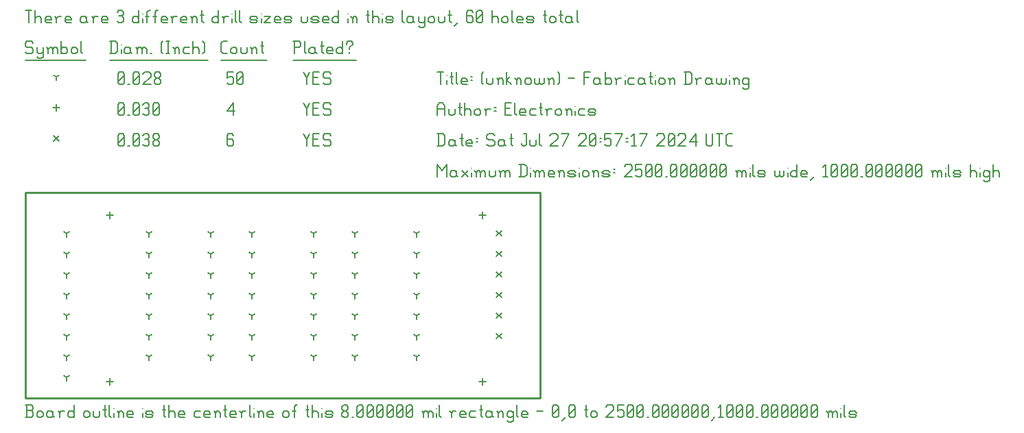
<source format=gbr>
G04 start of page 17 for group -3984 idx -3984 *
G04 Title: (unknown), fab *
G04 Creator: pcb 4.2.2 *
G04 CreationDate: Sat Jul 27 20:57:17 2024 UTC *
G04 For: electronics *
G04 Format: Gerber/RS-274X *
G04 PCB-Dimensions (mil): 2500.00 1000.00 *
G04 PCB-Coordinate-Origin: lower left *
%MOIN*%
%FSLAX25Y25*%
%LNFAB*%
%ADD76C,0.0075*%
%ADD75C,0.0060*%
%ADD74C,0.0080*%
%ADD73C,0.0100*%
G54D73*X0Y100000D02*Y0D01*
Y100000D02*X250000D01*
X0Y0D02*X250000D01*
Y100000D02*Y0D01*
G54D74*X228800Y81200D02*X231200Y78800D01*
X228800D02*X231200Y81200D01*
X228800Y71200D02*X231200Y68800D01*
X228800D02*X231200Y71200D01*
X228800Y61200D02*X231200Y58800D01*
X228800D02*X231200Y61200D01*
X228800Y51200D02*X231200Y48800D01*
X228800D02*X231200Y51200D01*
X228800Y41200D02*X231200Y38800D01*
X228800D02*X231200Y41200D01*
X228800Y31200D02*X231200Y28800D01*
X228800D02*X231200Y31200D01*
X13800Y127450D02*X16200Y125050D01*
X13800D02*X16200Y127450D01*
G54D75*X135000Y128500D02*X136500Y125500D01*
X138000Y128500D01*
X136500Y125500D02*Y122500D01*
X139800Y125800D02*X142050D01*
X139800Y122500D02*X142800D01*
X139800Y128500D02*Y122500D01*
Y128500D02*X142800D01*
X147600D02*X148350Y127750D01*
X145350Y128500D02*X147600D01*
X144600Y127750D02*X145350Y128500D01*
X144600Y127750D02*Y126250D01*
X145350Y125500D01*
X147600D01*
X148350Y124750D01*
Y123250D01*
X147600Y122500D02*X148350Y123250D01*
X145350Y122500D02*X147600D01*
X144600Y123250D02*X145350Y122500D01*
X100250Y128500D02*X101000Y127750D01*
X98750Y128500D02*X100250D01*
X98000Y127750D02*X98750Y128500D01*
X98000Y127750D02*Y123250D01*
X98750Y122500D01*
X100250Y125800D02*X101000Y125050D01*
X98000Y125800D02*X100250D01*
X98750Y122500D02*X100250D01*
X101000Y123250D01*
Y125050D02*Y123250D01*
X45000D02*X45750Y122500D01*
X45000Y127750D02*Y123250D01*
Y127750D02*X45750Y128500D01*
X47250D01*
X48000Y127750D01*
Y123250D01*
X47250Y122500D02*X48000Y123250D01*
X45750Y122500D02*X47250D01*
X45000Y124000D02*X48000Y127000D01*
X49800Y122500D02*X50550D01*
X52350Y123250D02*X53100Y122500D01*
X52350Y127750D02*Y123250D01*
Y127750D02*X53100Y128500D01*
X54600D01*
X55350Y127750D01*
Y123250D01*
X54600Y122500D02*X55350Y123250D01*
X53100Y122500D02*X54600D01*
X52350Y124000D02*X55350Y127000D01*
X57150Y127750D02*X57900Y128500D01*
X59400D01*
X60150Y127750D01*
X59400Y122500D02*X60150Y123250D01*
X57900Y122500D02*X59400D01*
X57150Y123250D02*X57900Y122500D01*
Y125800D02*X59400D01*
X60150Y127750D02*Y126550D01*
Y125050D02*Y123250D01*
Y125050D02*X59400Y125800D01*
X60150Y126550D02*X59400Y125800D01*
X61950Y123250D02*X62700Y122500D01*
X61950Y124450D02*Y123250D01*
Y124450D02*X63000Y125500D01*
X63900D01*
X64950Y124450D01*
Y123250D01*
X64200Y122500D02*X64950Y123250D01*
X62700Y122500D02*X64200D01*
X61950Y126550D02*X63000Y125500D01*
X61950Y127750D02*Y126550D01*
Y127750D02*X62700Y128500D01*
X64200D01*
X64950Y127750D01*
Y126550D01*
X63900Y125500D02*X64950Y126550D01*
X41000Y9600D02*Y6400D01*
X39400Y8000D02*X42600D01*
X41000Y90600D02*Y87400D01*
X39400Y89000D02*X42600D01*
X222000Y9600D02*Y6400D01*
X220400Y8000D02*X223600D01*
X222000Y90600D02*Y87400D01*
X220400Y89000D02*X223600D01*
X15000Y142850D02*Y139650D01*
X13400Y141250D02*X16600D01*
X135000Y143500D02*X136500Y140500D01*
X138000Y143500D01*
X136500Y140500D02*Y137500D01*
X139800Y140800D02*X142050D01*
X139800Y137500D02*X142800D01*
X139800Y143500D02*Y137500D01*
Y143500D02*X142800D01*
X147600D02*X148350Y142750D01*
X145350Y143500D02*X147600D01*
X144600Y142750D02*X145350Y143500D01*
X144600Y142750D02*Y141250D01*
X145350Y140500D01*
X147600D01*
X148350Y139750D01*
Y138250D01*
X147600Y137500D02*X148350Y138250D01*
X145350Y137500D02*X147600D01*
X144600Y138250D02*X145350Y137500D01*
X98000Y139750D02*X101000Y143500D01*
X98000Y139750D02*X101750D01*
X101000Y143500D02*Y137500D01*
X45000Y138250D02*X45750Y137500D01*
X45000Y142750D02*Y138250D01*
Y142750D02*X45750Y143500D01*
X47250D01*
X48000Y142750D01*
Y138250D01*
X47250Y137500D02*X48000Y138250D01*
X45750Y137500D02*X47250D01*
X45000Y139000D02*X48000Y142000D01*
X49800Y137500D02*X50550D01*
X52350Y138250D02*X53100Y137500D01*
X52350Y142750D02*Y138250D01*
Y142750D02*X53100Y143500D01*
X54600D01*
X55350Y142750D01*
Y138250D01*
X54600Y137500D02*X55350Y138250D01*
X53100Y137500D02*X54600D01*
X52350Y139000D02*X55350Y142000D01*
X57150Y142750D02*X57900Y143500D01*
X59400D01*
X60150Y142750D01*
X59400Y137500D02*X60150Y138250D01*
X57900Y137500D02*X59400D01*
X57150Y138250D02*X57900Y137500D01*
Y140800D02*X59400D01*
X60150Y142750D02*Y141550D01*
Y140050D02*Y138250D01*
Y140050D02*X59400Y140800D01*
X60150Y141550D02*X59400Y140800D01*
X61950Y138250D02*X62700Y137500D01*
X61950Y142750D02*Y138250D01*
Y142750D02*X62700Y143500D01*
X64200D01*
X64950Y142750D01*
Y138250D01*
X64200Y137500D02*X64950Y138250D01*
X62700Y137500D02*X64200D01*
X61950Y139000D02*X64950Y142000D01*
X20000Y80000D02*Y78400D01*
Y80000D02*X21387Y80800D01*
X20000Y80000D02*X18613Y80800D01*
X20000Y70000D02*Y68400D01*
Y70000D02*X21387Y70800D01*
X20000Y70000D02*X18613Y70800D01*
X20000Y60000D02*Y58400D01*
Y60000D02*X21387Y60800D01*
X20000Y60000D02*X18613Y60800D01*
X20000Y50000D02*Y48400D01*
Y50000D02*X21387Y50800D01*
X20000Y50000D02*X18613Y50800D01*
X20000Y40000D02*Y38400D01*
Y40000D02*X21387Y40800D01*
X20000Y40000D02*X18613Y40800D01*
X20000Y30000D02*Y28400D01*
Y30000D02*X21387Y30800D01*
X20000Y30000D02*X18613Y30800D01*
X20000Y20000D02*Y18400D01*
Y20000D02*X21387Y20800D01*
X20000Y20000D02*X18613Y20800D01*
X20000Y10000D02*Y8400D01*
Y10000D02*X21387Y10800D01*
X20000Y10000D02*X18613Y10800D01*
X60000Y80000D02*Y78400D01*
Y80000D02*X61387Y80800D01*
X60000Y80000D02*X58613Y80800D01*
X60000Y70000D02*Y68400D01*
Y70000D02*X61387Y70800D01*
X60000Y70000D02*X58613Y70800D01*
X60000Y60000D02*Y58400D01*
Y60000D02*X61387Y60800D01*
X60000Y60000D02*X58613Y60800D01*
X60000Y50000D02*Y48400D01*
Y50000D02*X61387Y50800D01*
X60000Y50000D02*X58613Y50800D01*
X60000Y40000D02*Y38400D01*
Y40000D02*X61387Y40800D01*
X60000Y40000D02*X58613Y40800D01*
X60000Y30000D02*Y28400D01*
Y30000D02*X61387Y30800D01*
X60000Y30000D02*X58613Y30800D01*
X60000Y20000D02*Y18400D01*
Y20000D02*X61387Y20800D01*
X60000Y20000D02*X58613Y20800D01*
X90000Y20000D02*Y18400D01*
Y20000D02*X91387Y20800D01*
X90000Y20000D02*X88613Y20800D01*
X90000Y30000D02*Y28400D01*
Y30000D02*X91387Y30800D01*
X90000Y30000D02*X88613Y30800D01*
X90000Y40000D02*Y38400D01*
Y40000D02*X91387Y40800D01*
X90000Y40000D02*X88613Y40800D01*
X90000Y50000D02*Y48400D01*
Y50000D02*X91387Y50800D01*
X90000Y50000D02*X88613Y50800D01*
X90000Y60000D02*Y58400D01*
Y60000D02*X91387Y60800D01*
X90000Y60000D02*X88613Y60800D01*
X90000Y70000D02*Y68400D01*
Y70000D02*X91387Y70800D01*
X90000Y70000D02*X88613Y70800D01*
X90000Y80000D02*Y78400D01*
Y80000D02*X91387Y80800D01*
X90000Y80000D02*X88613Y80800D01*
X110000Y80000D02*Y78400D01*
Y80000D02*X111387Y80800D01*
X110000Y80000D02*X108613Y80800D01*
X110000Y70000D02*Y68400D01*
Y70000D02*X111387Y70800D01*
X110000Y70000D02*X108613Y70800D01*
X110000Y60000D02*Y58400D01*
Y60000D02*X111387Y60800D01*
X110000Y60000D02*X108613Y60800D01*
X110000Y50000D02*Y48400D01*
Y50000D02*X111387Y50800D01*
X110000Y50000D02*X108613Y50800D01*
X110000Y40000D02*Y38400D01*
Y40000D02*X111387Y40800D01*
X110000Y40000D02*X108613Y40800D01*
X110000Y30000D02*Y28400D01*
Y30000D02*X111387Y30800D01*
X110000Y30000D02*X108613Y30800D01*
X110000Y20000D02*Y18400D01*
Y20000D02*X111387Y20800D01*
X110000Y20000D02*X108613Y20800D01*
X140000Y20000D02*Y18400D01*
Y20000D02*X141387Y20800D01*
X140000Y20000D02*X138613Y20800D01*
X140000Y30000D02*Y28400D01*
Y30000D02*X141387Y30800D01*
X140000Y30000D02*X138613Y30800D01*
X140000Y40000D02*Y38400D01*
Y40000D02*X141387Y40800D01*
X140000Y40000D02*X138613Y40800D01*
X140000Y50000D02*Y48400D01*
Y50000D02*X141387Y50800D01*
X140000Y50000D02*X138613Y50800D01*
X140000Y60000D02*Y58400D01*
Y60000D02*X141387Y60800D01*
X140000Y60000D02*X138613Y60800D01*
X140000Y70000D02*Y68400D01*
Y70000D02*X141387Y70800D01*
X140000Y70000D02*X138613Y70800D01*
X140000Y80000D02*Y78400D01*
Y80000D02*X141387Y80800D01*
X140000Y80000D02*X138613Y80800D01*
X160000Y80000D02*Y78400D01*
Y80000D02*X161387Y80800D01*
X160000Y80000D02*X158613Y80800D01*
X160000Y70000D02*Y68400D01*
Y70000D02*X161387Y70800D01*
X160000Y70000D02*X158613Y70800D01*
X160000Y60000D02*Y58400D01*
Y60000D02*X161387Y60800D01*
X160000Y60000D02*X158613Y60800D01*
X160000Y50000D02*Y48400D01*
Y50000D02*X161387Y50800D01*
X160000Y50000D02*X158613Y50800D01*
X160000Y40000D02*Y38400D01*
Y40000D02*X161387Y40800D01*
X160000Y40000D02*X158613Y40800D01*
X160000Y30000D02*Y28400D01*
Y30000D02*X161387Y30800D01*
X160000Y30000D02*X158613Y30800D01*
X160000Y20000D02*Y18400D01*
Y20000D02*X161387Y20800D01*
X160000Y20000D02*X158613Y20800D01*
X190000Y20000D02*Y18400D01*
Y20000D02*X191387Y20800D01*
X190000Y20000D02*X188613Y20800D01*
X190000Y30000D02*Y28400D01*
Y30000D02*X191387Y30800D01*
X190000Y30000D02*X188613Y30800D01*
X190000Y40000D02*Y38400D01*
Y40000D02*X191387Y40800D01*
X190000Y40000D02*X188613Y40800D01*
X190000Y50000D02*Y48400D01*
Y50000D02*X191387Y50800D01*
X190000Y50000D02*X188613Y50800D01*
X190000Y60000D02*Y58400D01*
Y60000D02*X191387Y60800D01*
X190000Y60000D02*X188613Y60800D01*
X190000Y70000D02*Y68400D01*
Y70000D02*X191387Y70800D01*
X190000Y70000D02*X188613Y70800D01*
X190000Y80000D02*Y78400D01*
Y80000D02*X191387Y80800D01*
X190000Y80000D02*X188613Y80800D01*
X15000Y156250D02*Y154650D01*
Y156250D02*X16387Y157050D01*
X15000Y156250D02*X13613Y157050D01*
X135000Y158500D02*X136500Y155500D01*
X138000Y158500D01*
X136500Y155500D02*Y152500D01*
X139800Y155800D02*X142050D01*
X139800Y152500D02*X142800D01*
X139800Y158500D02*Y152500D01*
Y158500D02*X142800D01*
X147600D02*X148350Y157750D01*
X145350Y158500D02*X147600D01*
X144600Y157750D02*X145350Y158500D01*
X144600Y157750D02*Y156250D01*
X145350Y155500D01*
X147600D01*
X148350Y154750D01*
Y153250D01*
X147600Y152500D02*X148350Y153250D01*
X145350Y152500D02*X147600D01*
X144600Y153250D02*X145350Y152500D01*
X98000Y158500D02*X101000D01*
X98000D02*Y155500D01*
X98750Y156250D01*
X100250D01*
X101000Y155500D01*
Y153250D01*
X100250Y152500D02*X101000Y153250D01*
X98750Y152500D02*X100250D01*
X98000Y153250D02*X98750Y152500D01*
X102800Y153250D02*X103550Y152500D01*
X102800Y157750D02*Y153250D01*
Y157750D02*X103550Y158500D01*
X105050D01*
X105800Y157750D01*
Y153250D01*
X105050Y152500D02*X105800Y153250D01*
X103550Y152500D02*X105050D01*
X102800Y154000D02*X105800Y157000D01*
X45000Y153250D02*X45750Y152500D01*
X45000Y157750D02*Y153250D01*
Y157750D02*X45750Y158500D01*
X47250D01*
X48000Y157750D01*
Y153250D01*
X47250Y152500D02*X48000Y153250D01*
X45750Y152500D02*X47250D01*
X45000Y154000D02*X48000Y157000D01*
X49800Y152500D02*X50550D01*
X52350Y153250D02*X53100Y152500D01*
X52350Y157750D02*Y153250D01*
Y157750D02*X53100Y158500D01*
X54600D01*
X55350Y157750D01*
Y153250D01*
X54600Y152500D02*X55350Y153250D01*
X53100Y152500D02*X54600D01*
X52350Y154000D02*X55350Y157000D01*
X57150Y157750D02*X57900Y158500D01*
X60150D01*
X60900Y157750D01*
Y156250D01*
X57150Y152500D02*X60900Y156250D01*
X57150Y152500D02*X60900D01*
X62700Y153250D02*X63450Y152500D01*
X62700Y154450D02*Y153250D01*
Y154450D02*X63750Y155500D01*
X64650D01*
X65700Y154450D01*
Y153250D01*
X64950Y152500D02*X65700Y153250D01*
X63450Y152500D02*X64950D01*
X62700Y156550D02*X63750Y155500D01*
X62700Y157750D02*Y156550D01*
Y157750D02*X63450Y158500D01*
X64950D01*
X65700Y157750D01*
Y156550D01*
X64650Y155500D02*X65700Y156550D01*
X3000Y173500D02*X3750Y172750D01*
X750Y173500D02*X3000D01*
X0Y172750D02*X750Y173500D01*
X0Y172750D02*Y171250D01*
X750Y170500D01*
X3000D01*
X3750Y169750D01*
Y168250D01*
X3000Y167500D02*X3750Y168250D01*
X750Y167500D02*X3000D01*
X0Y168250D02*X750Y167500D01*
X5550Y170500D02*Y168250D01*
X6300Y167500D01*
X8550Y170500D02*Y166000D01*
X7800Y165250D02*X8550Y166000D01*
X6300Y165250D02*X7800D01*
X5550Y166000D02*X6300Y165250D01*
Y167500D02*X7800D01*
X8550Y168250D01*
X11100Y169750D02*Y167500D01*
Y169750D02*X11850Y170500D01*
X12600D01*
X13350Y169750D01*
Y167500D01*
Y169750D02*X14100Y170500D01*
X14850D01*
X15600Y169750D01*
Y167500D01*
X10350Y170500D02*X11100Y169750D01*
X17400Y173500D02*Y167500D01*
Y168250D02*X18150Y167500D01*
X19650D01*
X20400Y168250D01*
Y169750D02*Y168250D01*
X19650Y170500D02*X20400Y169750D01*
X18150Y170500D02*X19650D01*
X17400Y169750D02*X18150Y170500D01*
X22200Y169750D02*Y168250D01*
Y169750D02*X22950Y170500D01*
X24450D01*
X25200Y169750D01*
Y168250D01*
X24450Y167500D02*X25200Y168250D01*
X22950Y167500D02*X24450D01*
X22200Y168250D02*X22950Y167500D01*
X27000Y173500D02*Y168250D01*
X27750Y167500D01*
X0Y164250D02*X29250D01*
X41750Y173500D02*Y167500D01*
X43700Y173500D02*X44750Y172450D01*
Y168550D01*
X43700Y167500D02*X44750Y168550D01*
X41000Y167500D02*X43700D01*
X41000Y173500D02*X43700D01*
G54D76*X46550Y172000D02*Y171850D01*
G54D75*Y169750D02*Y167500D01*
X50300Y170500D02*X51050Y169750D01*
X48800Y170500D02*X50300D01*
X48050Y169750D02*X48800Y170500D01*
X48050Y169750D02*Y168250D01*
X48800Y167500D01*
X51050Y170500D02*Y168250D01*
X51800Y167500D01*
X48800D02*X50300D01*
X51050Y168250D01*
X54350Y169750D02*Y167500D01*
Y169750D02*X55100Y170500D01*
X55850D01*
X56600Y169750D01*
Y167500D01*
Y169750D02*X57350Y170500D01*
X58100D01*
X58850Y169750D01*
Y167500D01*
X53600Y170500D02*X54350Y169750D01*
X60650Y167500D02*X61400D01*
X65900Y168250D02*X66650Y167500D01*
X65900Y172750D02*X66650Y173500D01*
X65900Y172750D02*Y168250D01*
X68450Y173500D02*X69950D01*
X69200D02*Y167500D01*
X68450D02*X69950D01*
X72500Y169750D02*Y167500D01*
Y169750D02*X73250Y170500D01*
X74000D01*
X74750Y169750D01*
Y167500D01*
X71750Y170500D02*X72500Y169750D01*
X77300Y170500D02*X79550D01*
X76550Y169750D02*X77300Y170500D01*
X76550Y169750D02*Y168250D01*
X77300Y167500D01*
X79550D01*
X81350Y173500D02*Y167500D01*
Y169750D02*X82100Y170500D01*
X83600D01*
X84350Y169750D01*
Y167500D01*
X86150Y173500D02*X86900Y172750D01*
Y168250D01*
X86150Y167500D02*X86900Y168250D01*
X41000Y164250D02*X88700D01*
X96050Y167500D02*X98000D01*
X95000Y168550D02*X96050Y167500D01*
X95000Y172450D02*Y168550D01*
Y172450D02*X96050Y173500D01*
X98000D01*
X99800Y169750D02*Y168250D01*
Y169750D02*X100550Y170500D01*
X102050D01*
X102800Y169750D01*
Y168250D01*
X102050Y167500D02*X102800Y168250D01*
X100550Y167500D02*X102050D01*
X99800Y168250D02*X100550Y167500D01*
X104600Y170500D02*Y168250D01*
X105350Y167500D01*
X106850D01*
X107600Y168250D01*
Y170500D02*Y168250D01*
X110150Y169750D02*Y167500D01*
Y169750D02*X110900Y170500D01*
X111650D01*
X112400Y169750D01*
Y167500D01*
X109400Y170500D02*X110150Y169750D01*
X114950Y173500D02*Y168250D01*
X115700Y167500D01*
X114200Y171250D02*X115700D01*
X95000Y164250D02*X117200D01*
X130750Y173500D02*Y167500D01*
X130000Y173500D02*X133000D01*
X133750Y172750D01*
Y171250D01*
X133000Y170500D02*X133750Y171250D01*
X130750Y170500D02*X133000D01*
X135550Y173500D02*Y168250D01*
X136300Y167500D01*
X140050Y170500D02*X140800Y169750D01*
X138550Y170500D02*X140050D01*
X137800Y169750D02*X138550Y170500D01*
X137800Y169750D02*Y168250D01*
X138550Y167500D01*
X140800Y170500D02*Y168250D01*
X141550Y167500D01*
X138550D02*X140050D01*
X140800Y168250D01*
X144100Y173500D02*Y168250D01*
X144850Y167500D01*
X143350Y171250D02*X144850D01*
X147100Y167500D02*X149350D01*
X146350Y168250D02*X147100Y167500D01*
X146350Y169750D02*Y168250D01*
Y169750D02*X147100Y170500D01*
X148600D01*
X149350Y169750D01*
X146350Y169000D02*X149350D01*
Y169750D02*Y169000D01*
X154150Y173500D02*Y167500D01*
X153400D02*X154150Y168250D01*
X151900Y167500D02*X153400D01*
X151150Y168250D02*X151900Y167500D01*
X151150Y169750D02*Y168250D01*
Y169750D02*X151900Y170500D01*
X153400D01*
X154150Y169750D01*
X157450Y170500D02*Y169750D01*
Y168250D02*Y167500D01*
X155950Y172750D02*Y172000D01*
Y172750D02*X156700Y173500D01*
X158200D01*
X158950Y172750D01*
Y172000D01*
X157450Y170500D02*X158950Y172000D01*
X130000Y164250D02*X160750D01*
X0Y188500D02*X3000D01*
X1500D02*Y182500D01*
X4800Y188500D02*Y182500D01*
Y184750D02*X5550Y185500D01*
X7050D01*
X7800Y184750D01*
Y182500D01*
X10350D02*X12600D01*
X9600Y183250D02*X10350Y182500D01*
X9600Y184750D02*Y183250D01*
Y184750D02*X10350Y185500D01*
X11850D01*
X12600Y184750D01*
X9600Y184000D02*X12600D01*
Y184750D02*Y184000D01*
X15150Y184750D02*Y182500D01*
Y184750D02*X15900Y185500D01*
X17400D01*
X14400D02*X15150Y184750D01*
X19950Y182500D02*X22200D01*
X19200Y183250D02*X19950Y182500D01*
X19200Y184750D02*Y183250D01*
Y184750D02*X19950Y185500D01*
X21450D01*
X22200Y184750D01*
X19200Y184000D02*X22200D01*
Y184750D02*Y184000D01*
X28950Y185500D02*X29700Y184750D01*
X27450Y185500D02*X28950D01*
X26700Y184750D02*X27450Y185500D01*
X26700Y184750D02*Y183250D01*
X27450Y182500D01*
X29700Y185500D02*Y183250D01*
X30450Y182500D01*
X27450D02*X28950D01*
X29700Y183250D01*
X33000Y184750D02*Y182500D01*
Y184750D02*X33750Y185500D01*
X35250D01*
X32250D02*X33000Y184750D01*
X37800Y182500D02*X40050D01*
X37050Y183250D02*X37800Y182500D01*
X37050Y184750D02*Y183250D01*
Y184750D02*X37800Y185500D01*
X39300D01*
X40050Y184750D01*
X37050Y184000D02*X40050D01*
Y184750D02*Y184000D01*
X44550Y187750D02*X45300Y188500D01*
X46800D01*
X47550Y187750D01*
X46800Y182500D02*X47550Y183250D01*
X45300Y182500D02*X46800D01*
X44550Y183250D02*X45300Y182500D01*
Y185800D02*X46800D01*
X47550Y187750D02*Y186550D01*
Y185050D02*Y183250D01*
Y185050D02*X46800Y185800D01*
X47550Y186550D02*X46800Y185800D01*
X55050Y188500D02*Y182500D01*
X54300D02*X55050Y183250D01*
X52800Y182500D02*X54300D01*
X52050Y183250D02*X52800Y182500D01*
X52050Y184750D02*Y183250D01*
Y184750D02*X52800Y185500D01*
X54300D01*
X55050Y184750D01*
G54D76*X56850Y187000D02*Y186850D01*
G54D75*Y184750D02*Y182500D01*
X59100Y187750D02*Y182500D01*
Y187750D02*X59850Y188500D01*
X60600D01*
X58350Y185500D02*X59850D01*
X62850Y187750D02*Y182500D01*
Y187750D02*X63600Y188500D01*
X64350D01*
X62100Y185500D02*X63600D01*
X66600Y182500D02*X68850D01*
X65850Y183250D02*X66600Y182500D01*
X65850Y184750D02*Y183250D01*
Y184750D02*X66600Y185500D01*
X68100D01*
X68850Y184750D01*
X65850Y184000D02*X68850D01*
Y184750D02*Y184000D01*
X71400Y184750D02*Y182500D01*
Y184750D02*X72150Y185500D01*
X73650D01*
X70650D02*X71400Y184750D01*
X76200Y182500D02*X78450D01*
X75450Y183250D02*X76200Y182500D01*
X75450Y184750D02*Y183250D01*
Y184750D02*X76200Y185500D01*
X77700D01*
X78450Y184750D01*
X75450Y184000D02*X78450D01*
Y184750D02*Y184000D01*
X81000Y184750D02*Y182500D01*
Y184750D02*X81750Y185500D01*
X82500D01*
X83250Y184750D01*
Y182500D01*
X80250Y185500D02*X81000Y184750D01*
X85800Y188500D02*Y183250D01*
X86550Y182500D01*
X85050Y186250D02*X86550D01*
X93750Y188500D02*Y182500D01*
X93000D02*X93750Y183250D01*
X91500Y182500D02*X93000D01*
X90750Y183250D02*X91500Y182500D01*
X90750Y184750D02*Y183250D01*
Y184750D02*X91500Y185500D01*
X93000D01*
X93750Y184750D01*
X96300D02*Y182500D01*
Y184750D02*X97050Y185500D01*
X98550D01*
X95550D02*X96300Y184750D01*
G54D76*X100350Y187000D02*Y186850D01*
G54D75*Y184750D02*Y182500D01*
X101850Y188500D02*Y183250D01*
X102600Y182500D01*
X104100Y188500D02*Y183250D01*
X104850Y182500D01*
X109800D02*X112050D01*
X112800Y183250D01*
X112050Y184000D02*X112800Y183250D01*
X109800Y184000D02*X112050D01*
X109050Y184750D02*X109800Y184000D01*
X109050Y184750D02*X109800Y185500D01*
X112050D01*
X112800Y184750D01*
X109050Y183250D02*X109800Y182500D01*
G54D76*X114600Y187000D02*Y186850D01*
G54D75*Y184750D02*Y182500D01*
X116100Y185500D02*X119100D01*
X116100Y182500D02*X119100Y185500D01*
X116100Y182500D02*X119100D01*
X121650D02*X123900D01*
X120900Y183250D02*X121650Y182500D01*
X120900Y184750D02*Y183250D01*
Y184750D02*X121650Y185500D01*
X123150D01*
X123900Y184750D01*
X120900Y184000D02*X123900D01*
Y184750D02*Y184000D01*
X126450Y182500D02*X128700D01*
X129450Y183250D01*
X128700Y184000D02*X129450Y183250D01*
X126450Y184000D02*X128700D01*
X125700Y184750D02*X126450Y184000D01*
X125700Y184750D02*X126450Y185500D01*
X128700D01*
X129450Y184750D01*
X125700Y183250D02*X126450Y182500D01*
X133950Y185500D02*Y183250D01*
X134700Y182500D01*
X136200D01*
X136950Y183250D01*
Y185500D02*Y183250D01*
X139500Y182500D02*X141750D01*
X142500Y183250D01*
X141750Y184000D02*X142500Y183250D01*
X139500Y184000D02*X141750D01*
X138750Y184750D02*X139500Y184000D01*
X138750Y184750D02*X139500Y185500D01*
X141750D01*
X142500Y184750D01*
X138750Y183250D02*X139500Y182500D01*
X145050D02*X147300D01*
X144300Y183250D02*X145050Y182500D01*
X144300Y184750D02*Y183250D01*
Y184750D02*X145050Y185500D01*
X146550D01*
X147300Y184750D01*
X144300Y184000D02*X147300D01*
Y184750D02*Y184000D01*
X152100Y188500D02*Y182500D01*
X151350D02*X152100Y183250D01*
X149850Y182500D02*X151350D01*
X149100Y183250D02*X149850Y182500D01*
X149100Y184750D02*Y183250D01*
Y184750D02*X149850Y185500D01*
X151350D01*
X152100Y184750D01*
G54D76*X156600Y187000D02*Y186850D01*
G54D75*Y184750D02*Y182500D01*
X158850Y184750D02*Y182500D01*
Y184750D02*X159600Y185500D01*
X160350D01*
X161100Y184750D01*
Y182500D01*
X158100Y185500D02*X158850Y184750D01*
X166350Y188500D02*Y183250D01*
X167100Y182500D01*
X165600Y186250D02*X167100D01*
X168600Y188500D02*Y182500D01*
Y184750D02*X169350Y185500D01*
X170850D01*
X171600Y184750D01*
Y182500D01*
G54D76*X173400Y187000D02*Y186850D01*
G54D75*Y184750D02*Y182500D01*
X175650D02*X177900D01*
X178650Y183250D01*
X177900Y184000D02*X178650Y183250D01*
X175650Y184000D02*X177900D01*
X174900Y184750D02*X175650Y184000D01*
X174900Y184750D02*X175650Y185500D01*
X177900D01*
X178650Y184750D01*
X174900Y183250D02*X175650Y182500D01*
X183150Y188500D02*Y183250D01*
X183900Y182500D01*
X187650Y185500D02*X188400Y184750D01*
X186150Y185500D02*X187650D01*
X185400Y184750D02*X186150Y185500D01*
X185400Y184750D02*Y183250D01*
X186150Y182500D01*
X188400Y185500D02*Y183250D01*
X189150Y182500D01*
X186150D02*X187650D01*
X188400Y183250D01*
X190950Y185500D02*Y183250D01*
X191700Y182500D01*
X193950Y185500D02*Y181000D01*
X193200Y180250D02*X193950Y181000D01*
X191700Y180250D02*X193200D01*
X190950Y181000D02*X191700Y180250D01*
Y182500D02*X193200D01*
X193950Y183250D01*
X195750Y184750D02*Y183250D01*
Y184750D02*X196500Y185500D01*
X198000D01*
X198750Y184750D01*
Y183250D01*
X198000Y182500D02*X198750Y183250D01*
X196500Y182500D02*X198000D01*
X195750Y183250D02*X196500Y182500D01*
X200550Y185500D02*Y183250D01*
X201300Y182500D01*
X202800D01*
X203550Y183250D01*
Y185500D02*Y183250D01*
X206100Y188500D02*Y183250D01*
X206850Y182500D01*
X205350Y186250D02*X206850D01*
X208350Y181000D02*X209850Y182500D01*
X216600Y188500D02*X217350Y187750D01*
X215100Y188500D02*X216600D01*
X214350Y187750D02*X215100Y188500D01*
X214350Y187750D02*Y183250D01*
X215100Y182500D01*
X216600Y185800D02*X217350Y185050D01*
X214350Y185800D02*X216600D01*
X215100Y182500D02*X216600D01*
X217350Y183250D01*
Y185050D02*Y183250D01*
X219150D02*X219900Y182500D01*
X219150Y187750D02*Y183250D01*
Y187750D02*X219900Y188500D01*
X221400D01*
X222150Y187750D01*
Y183250D01*
X221400Y182500D02*X222150Y183250D01*
X219900Y182500D02*X221400D01*
X219150Y184000D02*X222150Y187000D01*
X226650Y188500D02*Y182500D01*
Y184750D02*X227400Y185500D01*
X228900D01*
X229650Y184750D01*
Y182500D01*
X231450Y184750D02*Y183250D01*
Y184750D02*X232200Y185500D01*
X233700D01*
X234450Y184750D01*
Y183250D01*
X233700Y182500D02*X234450Y183250D01*
X232200Y182500D02*X233700D01*
X231450Y183250D02*X232200Y182500D01*
X236250Y188500D02*Y183250D01*
X237000Y182500D01*
X239250D02*X241500D01*
X238500Y183250D02*X239250Y182500D01*
X238500Y184750D02*Y183250D01*
Y184750D02*X239250Y185500D01*
X240750D01*
X241500Y184750D01*
X238500Y184000D02*X241500D01*
Y184750D02*Y184000D01*
X244050Y182500D02*X246300D01*
X247050Y183250D01*
X246300Y184000D02*X247050Y183250D01*
X244050Y184000D02*X246300D01*
X243300Y184750D02*X244050Y184000D01*
X243300Y184750D02*X244050Y185500D01*
X246300D01*
X247050Y184750D01*
X243300Y183250D02*X244050Y182500D01*
X252300Y188500D02*Y183250D01*
X253050Y182500D01*
X251550Y186250D02*X253050D01*
X254550Y184750D02*Y183250D01*
Y184750D02*X255300Y185500D01*
X256800D01*
X257550Y184750D01*
Y183250D01*
X256800Y182500D02*X257550Y183250D01*
X255300Y182500D02*X256800D01*
X254550Y183250D02*X255300Y182500D01*
X260100Y188500D02*Y183250D01*
X260850Y182500D01*
X259350Y186250D02*X260850D01*
X264600Y185500D02*X265350Y184750D01*
X263100Y185500D02*X264600D01*
X262350Y184750D02*X263100Y185500D01*
X262350Y184750D02*Y183250D01*
X263100Y182500D01*
X265350Y185500D02*Y183250D01*
X266100Y182500D01*
X263100D02*X264600D01*
X265350Y183250D01*
X267900Y188500D02*Y183250D01*
X268650Y182500D01*
G54D73*X0Y100000D02*X250000D01*
X0D02*Y0D01*
X250000Y100000D02*Y0D01*
X0D02*X250000D01*
G54D75*X200000Y113500D02*Y107500D01*
Y113500D02*X202250Y110500D01*
X204500Y113500D01*
Y107500D01*
X208550Y110500D02*X209300Y109750D01*
X207050Y110500D02*X208550D01*
X206300Y109750D02*X207050Y110500D01*
X206300Y109750D02*Y108250D01*
X207050Y107500D01*
X209300Y110500D02*Y108250D01*
X210050Y107500D01*
X207050D02*X208550D01*
X209300Y108250D01*
X211850Y110500D02*X214850Y107500D01*
X211850D02*X214850Y110500D01*
G54D76*X216650Y112000D02*Y111850D01*
G54D75*Y109750D02*Y107500D01*
X218900Y109750D02*Y107500D01*
Y109750D02*X219650Y110500D01*
X220400D01*
X221150Y109750D01*
Y107500D01*
Y109750D02*X221900Y110500D01*
X222650D01*
X223400Y109750D01*
Y107500D01*
X218150Y110500D02*X218900Y109750D01*
X225200Y110500D02*Y108250D01*
X225950Y107500D01*
X227450D01*
X228200Y108250D01*
Y110500D02*Y108250D01*
X230750Y109750D02*Y107500D01*
Y109750D02*X231500Y110500D01*
X232250D01*
X233000Y109750D01*
Y107500D01*
Y109750D02*X233750Y110500D01*
X234500D01*
X235250Y109750D01*
Y107500D01*
X230000Y110500D02*X230750Y109750D01*
X240500Y113500D02*Y107500D01*
X242450Y113500D02*X243500Y112450D01*
Y108550D01*
X242450Y107500D02*X243500Y108550D01*
X239750Y107500D02*X242450D01*
X239750Y113500D02*X242450D01*
G54D76*X245300Y112000D02*Y111850D01*
G54D75*Y109750D02*Y107500D01*
X247550Y109750D02*Y107500D01*
Y109750D02*X248300Y110500D01*
X249050D01*
X249800Y109750D01*
Y107500D01*
Y109750D02*X250550Y110500D01*
X251300D01*
X252050Y109750D01*
Y107500D01*
X246800Y110500D02*X247550Y109750D01*
X254600Y107500D02*X256850D01*
X253850Y108250D02*X254600Y107500D01*
X253850Y109750D02*Y108250D01*
Y109750D02*X254600Y110500D01*
X256100D01*
X256850Y109750D01*
X253850Y109000D02*X256850D01*
Y109750D02*Y109000D01*
X259400Y109750D02*Y107500D01*
Y109750D02*X260150Y110500D01*
X260900D01*
X261650Y109750D01*
Y107500D01*
X258650Y110500D02*X259400Y109750D01*
X264200Y107500D02*X266450D01*
X267200Y108250D01*
X266450Y109000D02*X267200Y108250D01*
X264200Y109000D02*X266450D01*
X263450Y109750D02*X264200Y109000D01*
X263450Y109750D02*X264200Y110500D01*
X266450D01*
X267200Y109750D01*
X263450Y108250D02*X264200Y107500D01*
G54D76*X269000Y112000D02*Y111850D01*
G54D75*Y109750D02*Y107500D01*
X270500Y109750D02*Y108250D01*
Y109750D02*X271250Y110500D01*
X272750D01*
X273500Y109750D01*
Y108250D01*
X272750Y107500D02*X273500Y108250D01*
X271250Y107500D02*X272750D01*
X270500Y108250D02*X271250Y107500D01*
X276050Y109750D02*Y107500D01*
Y109750D02*X276800Y110500D01*
X277550D01*
X278300Y109750D01*
Y107500D01*
X275300Y110500D02*X276050Y109750D01*
X280850Y107500D02*X283100D01*
X283850Y108250D01*
X283100Y109000D02*X283850Y108250D01*
X280850Y109000D02*X283100D01*
X280100Y109750D02*X280850Y109000D01*
X280100Y109750D02*X280850Y110500D01*
X283100D01*
X283850Y109750D01*
X280100Y108250D02*X280850Y107500D01*
X285650Y111250D02*X286400D01*
X285650Y109750D02*X286400D01*
X290900Y112750D02*X291650Y113500D01*
X293900D01*
X294650Y112750D01*
Y111250D01*
X290900Y107500D02*X294650Y111250D01*
X290900Y107500D02*X294650D01*
X296450Y113500D02*X299450D01*
X296450D02*Y110500D01*
X297200Y111250D01*
X298700D01*
X299450Y110500D01*
Y108250D01*
X298700Y107500D02*X299450Y108250D01*
X297200Y107500D02*X298700D01*
X296450Y108250D02*X297200Y107500D01*
X301250Y108250D02*X302000Y107500D01*
X301250Y112750D02*Y108250D01*
Y112750D02*X302000Y113500D01*
X303500D01*
X304250Y112750D01*
Y108250D01*
X303500Y107500D02*X304250Y108250D01*
X302000Y107500D02*X303500D01*
X301250Y109000D02*X304250Y112000D01*
X306050Y108250D02*X306800Y107500D01*
X306050Y112750D02*Y108250D01*
Y112750D02*X306800Y113500D01*
X308300D01*
X309050Y112750D01*
Y108250D01*
X308300Y107500D02*X309050Y108250D01*
X306800Y107500D02*X308300D01*
X306050Y109000D02*X309050Y112000D01*
X310850Y107500D02*X311600D01*
X313400Y108250D02*X314150Y107500D01*
X313400Y112750D02*Y108250D01*
Y112750D02*X314150Y113500D01*
X315650D01*
X316400Y112750D01*
Y108250D01*
X315650Y107500D02*X316400Y108250D01*
X314150Y107500D02*X315650D01*
X313400Y109000D02*X316400Y112000D01*
X318200Y108250D02*X318950Y107500D01*
X318200Y112750D02*Y108250D01*
Y112750D02*X318950Y113500D01*
X320450D01*
X321200Y112750D01*
Y108250D01*
X320450Y107500D02*X321200Y108250D01*
X318950Y107500D02*X320450D01*
X318200Y109000D02*X321200Y112000D01*
X323000Y108250D02*X323750Y107500D01*
X323000Y112750D02*Y108250D01*
Y112750D02*X323750Y113500D01*
X325250D01*
X326000Y112750D01*
Y108250D01*
X325250Y107500D02*X326000Y108250D01*
X323750Y107500D02*X325250D01*
X323000Y109000D02*X326000Y112000D01*
X327800Y108250D02*X328550Y107500D01*
X327800Y112750D02*Y108250D01*
Y112750D02*X328550Y113500D01*
X330050D01*
X330800Y112750D01*
Y108250D01*
X330050Y107500D02*X330800Y108250D01*
X328550Y107500D02*X330050D01*
X327800Y109000D02*X330800Y112000D01*
X332600Y108250D02*X333350Y107500D01*
X332600Y112750D02*Y108250D01*
Y112750D02*X333350Y113500D01*
X334850D01*
X335600Y112750D01*
Y108250D01*
X334850Y107500D02*X335600Y108250D01*
X333350Y107500D02*X334850D01*
X332600Y109000D02*X335600Y112000D01*
X337400Y108250D02*X338150Y107500D01*
X337400Y112750D02*Y108250D01*
Y112750D02*X338150Y113500D01*
X339650D01*
X340400Y112750D01*
Y108250D01*
X339650Y107500D02*X340400Y108250D01*
X338150Y107500D02*X339650D01*
X337400Y109000D02*X340400Y112000D01*
X345650Y109750D02*Y107500D01*
Y109750D02*X346400Y110500D01*
X347150D01*
X347900Y109750D01*
Y107500D01*
Y109750D02*X348650Y110500D01*
X349400D01*
X350150Y109750D01*
Y107500D01*
X344900Y110500D02*X345650Y109750D01*
G54D76*X351950Y112000D02*Y111850D01*
G54D75*Y109750D02*Y107500D01*
X353450Y113500D02*Y108250D01*
X354200Y107500D01*
X356450D02*X358700D01*
X359450Y108250D01*
X358700Y109000D02*X359450Y108250D01*
X356450Y109000D02*X358700D01*
X355700Y109750D02*X356450Y109000D01*
X355700Y109750D02*X356450Y110500D01*
X358700D01*
X359450Y109750D01*
X355700Y108250D02*X356450Y107500D01*
X363950Y110500D02*Y108250D01*
X364700Y107500D01*
X365450D01*
X366200Y108250D01*
Y110500D02*Y108250D01*
X366950Y107500D01*
X367700D01*
X368450Y108250D01*
Y110500D02*Y108250D01*
G54D76*X370250Y112000D02*Y111850D01*
G54D75*Y109750D02*Y107500D01*
X374750Y113500D02*Y107500D01*
X374000D02*X374750Y108250D01*
X372500Y107500D02*X374000D01*
X371750Y108250D02*X372500Y107500D01*
X371750Y109750D02*Y108250D01*
Y109750D02*X372500Y110500D01*
X374000D01*
X374750Y109750D01*
X377300Y107500D02*X379550D01*
X376550Y108250D02*X377300Y107500D01*
X376550Y109750D02*Y108250D01*
Y109750D02*X377300Y110500D01*
X378800D01*
X379550Y109750D01*
X376550Y109000D02*X379550D01*
Y109750D02*Y109000D01*
X381350Y106000D02*X382850Y107500D01*
X387350Y112300D02*X388550Y113500D01*
Y107500D01*
X387350D02*X389600D01*
X391400Y108250D02*X392150Y107500D01*
X391400Y112750D02*Y108250D01*
Y112750D02*X392150Y113500D01*
X393650D01*
X394400Y112750D01*
Y108250D01*
X393650Y107500D02*X394400Y108250D01*
X392150Y107500D02*X393650D01*
X391400Y109000D02*X394400Y112000D01*
X396200Y108250D02*X396950Y107500D01*
X396200Y112750D02*Y108250D01*
Y112750D02*X396950Y113500D01*
X398450D01*
X399200Y112750D01*
Y108250D01*
X398450Y107500D02*X399200Y108250D01*
X396950Y107500D02*X398450D01*
X396200Y109000D02*X399200Y112000D01*
X401000Y108250D02*X401750Y107500D01*
X401000Y112750D02*Y108250D01*
Y112750D02*X401750Y113500D01*
X403250D01*
X404000Y112750D01*
Y108250D01*
X403250Y107500D02*X404000Y108250D01*
X401750Y107500D02*X403250D01*
X401000Y109000D02*X404000Y112000D01*
X405800Y107500D02*X406550D01*
X408350Y108250D02*X409100Y107500D01*
X408350Y112750D02*Y108250D01*
Y112750D02*X409100Y113500D01*
X410600D01*
X411350Y112750D01*
Y108250D01*
X410600Y107500D02*X411350Y108250D01*
X409100Y107500D02*X410600D01*
X408350Y109000D02*X411350Y112000D01*
X413150Y108250D02*X413900Y107500D01*
X413150Y112750D02*Y108250D01*
Y112750D02*X413900Y113500D01*
X415400D01*
X416150Y112750D01*
Y108250D01*
X415400Y107500D02*X416150Y108250D01*
X413900Y107500D02*X415400D01*
X413150Y109000D02*X416150Y112000D01*
X417950Y108250D02*X418700Y107500D01*
X417950Y112750D02*Y108250D01*
Y112750D02*X418700Y113500D01*
X420200D01*
X420950Y112750D01*
Y108250D01*
X420200Y107500D02*X420950Y108250D01*
X418700Y107500D02*X420200D01*
X417950Y109000D02*X420950Y112000D01*
X422750Y108250D02*X423500Y107500D01*
X422750Y112750D02*Y108250D01*
Y112750D02*X423500Y113500D01*
X425000D01*
X425750Y112750D01*
Y108250D01*
X425000Y107500D02*X425750Y108250D01*
X423500Y107500D02*X425000D01*
X422750Y109000D02*X425750Y112000D01*
X427550Y108250D02*X428300Y107500D01*
X427550Y112750D02*Y108250D01*
Y112750D02*X428300Y113500D01*
X429800D01*
X430550Y112750D01*
Y108250D01*
X429800Y107500D02*X430550Y108250D01*
X428300Y107500D02*X429800D01*
X427550Y109000D02*X430550Y112000D01*
X432350Y108250D02*X433100Y107500D01*
X432350Y112750D02*Y108250D01*
Y112750D02*X433100Y113500D01*
X434600D01*
X435350Y112750D01*
Y108250D01*
X434600Y107500D02*X435350Y108250D01*
X433100Y107500D02*X434600D01*
X432350Y109000D02*X435350Y112000D01*
X440600Y109750D02*Y107500D01*
Y109750D02*X441350Y110500D01*
X442100D01*
X442850Y109750D01*
Y107500D01*
Y109750D02*X443600Y110500D01*
X444350D01*
X445100Y109750D01*
Y107500D01*
X439850Y110500D02*X440600Y109750D01*
G54D76*X446900Y112000D02*Y111850D01*
G54D75*Y109750D02*Y107500D01*
X448400Y113500D02*Y108250D01*
X449150Y107500D01*
X451400D02*X453650D01*
X454400Y108250D01*
X453650Y109000D02*X454400Y108250D01*
X451400Y109000D02*X453650D01*
X450650Y109750D02*X451400Y109000D01*
X450650Y109750D02*X451400Y110500D01*
X453650D01*
X454400Y109750D01*
X450650Y108250D02*X451400Y107500D01*
X458900Y113500D02*Y107500D01*
Y109750D02*X459650Y110500D01*
X461150D01*
X461900Y109750D01*
Y107500D01*
G54D76*X463700Y112000D02*Y111850D01*
G54D75*Y109750D02*Y107500D01*
X467450Y110500D02*X468200Y109750D01*
X465950Y110500D02*X467450D01*
X465200Y109750D02*X465950Y110500D01*
X465200Y109750D02*Y108250D01*
X465950Y107500D01*
X467450D01*
X468200Y108250D01*
X465200Y106000D02*X465950Y105250D01*
X467450D01*
X468200Y106000D01*
Y110500D02*Y106000D01*
X470000Y113500D02*Y107500D01*
Y109750D02*X470750Y110500D01*
X472250D01*
X473000Y109750D01*
Y107500D01*
X0Y-9500D02*X3000D01*
X3750Y-8750D01*
Y-6950D02*Y-8750D01*
X3000Y-6200D02*X3750Y-6950D01*
X750Y-6200D02*X3000D01*
X750Y-3500D02*Y-9500D01*
X0Y-3500D02*X3000D01*
X3750Y-4250D01*
Y-5450D01*
X3000Y-6200D02*X3750Y-5450D01*
X5550Y-7250D02*Y-8750D01*
Y-7250D02*X6300Y-6500D01*
X7800D01*
X8550Y-7250D01*
Y-8750D01*
X7800Y-9500D02*X8550Y-8750D01*
X6300Y-9500D02*X7800D01*
X5550Y-8750D02*X6300Y-9500D01*
X12600Y-6500D02*X13350Y-7250D01*
X11100Y-6500D02*X12600D01*
X10350Y-7250D02*X11100Y-6500D01*
X10350Y-7250D02*Y-8750D01*
X11100Y-9500D01*
X13350Y-6500D02*Y-8750D01*
X14100Y-9500D01*
X11100D02*X12600D01*
X13350Y-8750D01*
X16650Y-7250D02*Y-9500D01*
Y-7250D02*X17400Y-6500D01*
X18900D01*
X15900D02*X16650Y-7250D01*
X23700Y-3500D02*Y-9500D01*
X22950D02*X23700Y-8750D01*
X21450Y-9500D02*X22950D01*
X20700Y-8750D02*X21450Y-9500D01*
X20700Y-7250D02*Y-8750D01*
Y-7250D02*X21450Y-6500D01*
X22950D01*
X23700Y-7250D01*
X28200D02*Y-8750D01*
Y-7250D02*X28950Y-6500D01*
X30450D01*
X31200Y-7250D01*
Y-8750D01*
X30450Y-9500D02*X31200Y-8750D01*
X28950Y-9500D02*X30450D01*
X28200Y-8750D02*X28950Y-9500D01*
X33000Y-6500D02*Y-8750D01*
X33750Y-9500D01*
X35250D01*
X36000Y-8750D01*
Y-6500D02*Y-8750D01*
X38550Y-3500D02*Y-8750D01*
X39300Y-9500D01*
X37800Y-5750D02*X39300D01*
X40800Y-3500D02*Y-8750D01*
X41550Y-9500D01*
G54D76*X43050Y-5000D02*Y-5150D01*
G54D75*Y-7250D02*Y-9500D01*
X45300Y-7250D02*Y-9500D01*
Y-7250D02*X46050Y-6500D01*
X46800D01*
X47550Y-7250D01*
Y-9500D01*
X44550Y-6500D02*X45300Y-7250D01*
X50100Y-9500D02*X52350D01*
X49350Y-8750D02*X50100Y-9500D01*
X49350Y-7250D02*Y-8750D01*
Y-7250D02*X50100Y-6500D01*
X51600D01*
X52350Y-7250D01*
X49350Y-8000D02*X52350D01*
Y-7250D02*Y-8000D01*
G54D76*X56850Y-5000D02*Y-5150D01*
G54D75*Y-7250D02*Y-9500D01*
X59100D02*X61350D01*
X62100Y-8750D01*
X61350Y-8000D02*X62100Y-8750D01*
X59100Y-8000D02*X61350D01*
X58350Y-7250D02*X59100Y-8000D01*
X58350Y-7250D02*X59100Y-6500D01*
X61350D01*
X62100Y-7250D01*
X58350Y-8750D02*X59100Y-9500D01*
X67350Y-3500D02*Y-8750D01*
X68100Y-9500D01*
X66600Y-5750D02*X68100D01*
X69600Y-3500D02*Y-9500D01*
Y-7250D02*X70350Y-6500D01*
X71850D01*
X72600Y-7250D01*
Y-9500D01*
X75150D02*X77400D01*
X74400Y-8750D02*X75150Y-9500D01*
X74400Y-7250D02*Y-8750D01*
Y-7250D02*X75150Y-6500D01*
X76650D01*
X77400Y-7250D01*
X74400Y-8000D02*X77400D01*
Y-7250D02*Y-8000D01*
X82650Y-6500D02*X84900D01*
X81900Y-7250D02*X82650Y-6500D01*
X81900Y-7250D02*Y-8750D01*
X82650Y-9500D01*
X84900D01*
X87450D02*X89700D01*
X86700Y-8750D02*X87450Y-9500D01*
X86700Y-7250D02*Y-8750D01*
Y-7250D02*X87450Y-6500D01*
X88950D01*
X89700Y-7250D01*
X86700Y-8000D02*X89700D01*
Y-7250D02*Y-8000D01*
X92250Y-7250D02*Y-9500D01*
Y-7250D02*X93000Y-6500D01*
X93750D01*
X94500Y-7250D01*
Y-9500D01*
X91500Y-6500D02*X92250Y-7250D01*
X97050Y-3500D02*Y-8750D01*
X97800Y-9500D01*
X96300Y-5750D02*X97800D01*
X100050Y-9500D02*X102300D01*
X99300Y-8750D02*X100050Y-9500D01*
X99300Y-7250D02*Y-8750D01*
Y-7250D02*X100050Y-6500D01*
X101550D01*
X102300Y-7250D01*
X99300Y-8000D02*X102300D01*
Y-7250D02*Y-8000D01*
X104850Y-7250D02*Y-9500D01*
Y-7250D02*X105600Y-6500D01*
X107100D01*
X104100D02*X104850Y-7250D01*
X108900Y-3500D02*Y-8750D01*
X109650Y-9500D01*
G54D76*X111150Y-5000D02*Y-5150D01*
G54D75*Y-7250D02*Y-9500D01*
X113400Y-7250D02*Y-9500D01*
Y-7250D02*X114150Y-6500D01*
X114900D01*
X115650Y-7250D01*
Y-9500D01*
X112650Y-6500D02*X113400Y-7250D01*
X118200Y-9500D02*X120450D01*
X117450Y-8750D02*X118200Y-9500D01*
X117450Y-7250D02*Y-8750D01*
Y-7250D02*X118200Y-6500D01*
X119700D01*
X120450Y-7250D01*
X117450Y-8000D02*X120450D01*
Y-7250D02*Y-8000D01*
X124950Y-7250D02*Y-8750D01*
Y-7250D02*X125700Y-6500D01*
X127200D01*
X127950Y-7250D01*
Y-8750D01*
X127200Y-9500D02*X127950Y-8750D01*
X125700Y-9500D02*X127200D01*
X124950Y-8750D02*X125700Y-9500D01*
X130500Y-4250D02*Y-9500D01*
Y-4250D02*X131250Y-3500D01*
X132000D01*
X129750Y-6500D02*X131250D01*
X136950Y-3500D02*Y-8750D01*
X137700Y-9500D01*
X136200Y-5750D02*X137700D01*
X139200Y-3500D02*Y-9500D01*
Y-7250D02*X139950Y-6500D01*
X141450D01*
X142200Y-7250D01*
Y-9500D01*
G54D76*X144000Y-5000D02*Y-5150D01*
G54D75*Y-7250D02*Y-9500D01*
X146250D02*X148500D01*
X149250Y-8750D01*
X148500Y-8000D02*X149250Y-8750D01*
X146250Y-8000D02*X148500D01*
X145500Y-7250D02*X146250Y-8000D01*
X145500Y-7250D02*X146250Y-6500D01*
X148500D01*
X149250Y-7250D01*
X145500Y-8750D02*X146250Y-9500D01*
X153750Y-8750D02*X154500Y-9500D01*
X153750Y-7550D02*Y-8750D01*
Y-7550D02*X154800Y-6500D01*
X155700D01*
X156750Y-7550D01*
Y-8750D01*
X156000Y-9500D02*X156750Y-8750D01*
X154500Y-9500D02*X156000D01*
X153750Y-5450D02*X154800Y-6500D01*
X153750Y-4250D02*Y-5450D01*
Y-4250D02*X154500Y-3500D01*
X156000D01*
X156750Y-4250D01*
Y-5450D01*
X155700Y-6500D02*X156750Y-5450D01*
X158550Y-9500D02*X159300D01*
X161100Y-8750D02*X161850Y-9500D01*
X161100Y-4250D02*Y-8750D01*
Y-4250D02*X161850Y-3500D01*
X163350D01*
X164100Y-4250D01*
Y-8750D01*
X163350Y-9500D02*X164100Y-8750D01*
X161850Y-9500D02*X163350D01*
X161100Y-8000D02*X164100Y-5000D01*
X165900Y-8750D02*X166650Y-9500D01*
X165900Y-4250D02*Y-8750D01*
Y-4250D02*X166650Y-3500D01*
X168150D01*
X168900Y-4250D01*
Y-8750D01*
X168150Y-9500D02*X168900Y-8750D01*
X166650Y-9500D02*X168150D01*
X165900Y-8000D02*X168900Y-5000D01*
X170700Y-8750D02*X171450Y-9500D01*
X170700Y-4250D02*Y-8750D01*
Y-4250D02*X171450Y-3500D01*
X172950D01*
X173700Y-4250D01*
Y-8750D01*
X172950Y-9500D02*X173700Y-8750D01*
X171450Y-9500D02*X172950D01*
X170700Y-8000D02*X173700Y-5000D01*
X175500Y-8750D02*X176250Y-9500D01*
X175500Y-4250D02*Y-8750D01*
Y-4250D02*X176250Y-3500D01*
X177750D01*
X178500Y-4250D01*
Y-8750D01*
X177750Y-9500D02*X178500Y-8750D01*
X176250Y-9500D02*X177750D01*
X175500Y-8000D02*X178500Y-5000D01*
X180300Y-8750D02*X181050Y-9500D01*
X180300Y-4250D02*Y-8750D01*
Y-4250D02*X181050Y-3500D01*
X182550D01*
X183300Y-4250D01*
Y-8750D01*
X182550Y-9500D02*X183300Y-8750D01*
X181050Y-9500D02*X182550D01*
X180300Y-8000D02*X183300Y-5000D01*
X185100Y-8750D02*X185850Y-9500D01*
X185100Y-4250D02*Y-8750D01*
Y-4250D02*X185850Y-3500D01*
X187350D01*
X188100Y-4250D01*
Y-8750D01*
X187350Y-9500D02*X188100Y-8750D01*
X185850Y-9500D02*X187350D01*
X185100Y-8000D02*X188100Y-5000D01*
X193350Y-7250D02*Y-9500D01*
Y-7250D02*X194100Y-6500D01*
X194850D01*
X195600Y-7250D01*
Y-9500D01*
Y-7250D02*X196350Y-6500D01*
X197100D01*
X197850Y-7250D01*
Y-9500D01*
X192600Y-6500D02*X193350Y-7250D01*
G54D76*X199650Y-5000D02*Y-5150D01*
G54D75*Y-7250D02*Y-9500D01*
X201150Y-3500D02*Y-8750D01*
X201900Y-9500D01*
X206850Y-7250D02*Y-9500D01*
Y-7250D02*X207600Y-6500D01*
X209100D01*
X206100D02*X206850Y-7250D01*
X211650Y-9500D02*X213900D01*
X210900Y-8750D02*X211650Y-9500D01*
X210900Y-7250D02*Y-8750D01*
Y-7250D02*X211650Y-6500D01*
X213150D01*
X213900Y-7250D01*
X210900Y-8000D02*X213900D01*
Y-7250D02*Y-8000D01*
X216450Y-6500D02*X218700D01*
X215700Y-7250D02*X216450Y-6500D01*
X215700Y-7250D02*Y-8750D01*
X216450Y-9500D01*
X218700D01*
X221250Y-3500D02*Y-8750D01*
X222000Y-9500D01*
X220500Y-5750D02*X222000D01*
X225750Y-6500D02*X226500Y-7250D01*
X224250Y-6500D02*X225750D01*
X223500Y-7250D02*X224250Y-6500D01*
X223500Y-7250D02*Y-8750D01*
X224250Y-9500D01*
X226500Y-6500D02*Y-8750D01*
X227250Y-9500D01*
X224250D02*X225750D01*
X226500Y-8750D01*
X229800Y-7250D02*Y-9500D01*
Y-7250D02*X230550Y-6500D01*
X231300D01*
X232050Y-7250D01*
Y-9500D01*
X229050Y-6500D02*X229800Y-7250D01*
X236100Y-6500D02*X236850Y-7250D01*
X234600Y-6500D02*X236100D01*
X233850Y-7250D02*X234600Y-6500D01*
X233850Y-7250D02*Y-8750D01*
X234600Y-9500D01*
X236100D01*
X236850Y-8750D01*
X233850Y-11000D02*X234600Y-11750D01*
X236100D01*
X236850Y-11000D01*
Y-6500D02*Y-11000D01*
X238650Y-3500D02*Y-8750D01*
X239400Y-9500D01*
X241650D02*X243900D01*
X240900Y-8750D02*X241650Y-9500D01*
X240900Y-7250D02*Y-8750D01*
Y-7250D02*X241650Y-6500D01*
X243150D01*
X243900Y-7250D01*
X240900Y-8000D02*X243900D01*
Y-7250D02*Y-8000D01*
X248400Y-6500D02*X251400D01*
X255900Y-8750D02*X256650Y-9500D01*
X255900Y-4250D02*Y-8750D01*
Y-4250D02*X256650Y-3500D01*
X258150D01*
X258900Y-4250D01*
Y-8750D01*
X258150Y-9500D02*X258900Y-8750D01*
X256650Y-9500D02*X258150D01*
X255900Y-8000D02*X258900Y-5000D01*
X260700Y-11000D02*X262200Y-9500D01*
X264000Y-8750D02*X264750Y-9500D01*
X264000Y-4250D02*Y-8750D01*
Y-4250D02*X264750Y-3500D01*
X266250D01*
X267000Y-4250D01*
Y-8750D01*
X266250Y-9500D02*X267000Y-8750D01*
X264750Y-9500D02*X266250D01*
X264000Y-8000D02*X267000Y-5000D01*
X272250Y-3500D02*Y-8750D01*
X273000Y-9500D01*
X271500Y-5750D02*X273000D01*
X274500Y-7250D02*Y-8750D01*
Y-7250D02*X275250Y-6500D01*
X276750D01*
X277500Y-7250D01*
Y-8750D01*
X276750Y-9500D02*X277500Y-8750D01*
X275250Y-9500D02*X276750D01*
X274500Y-8750D02*X275250Y-9500D01*
X282000Y-4250D02*X282750Y-3500D01*
X285000D01*
X285750Y-4250D01*
Y-5750D01*
X282000Y-9500D02*X285750Y-5750D01*
X282000Y-9500D02*X285750D01*
X287550Y-3500D02*X290550D01*
X287550D02*Y-6500D01*
X288300Y-5750D01*
X289800D01*
X290550Y-6500D01*
Y-8750D01*
X289800Y-9500D02*X290550Y-8750D01*
X288300Y-9500D02*X289800D01*
X287550Y-8750D02*X288300Y-9500D01*
X292350Y-8750D02*X293100Y-9500D01*
X292350Y-4250D02*Y-8750D01*
Y-4250D02*X293100Y-3500D01*
X294600D01*
X295350Y-4250D01*
Y-8750D01*
X294600Y-9500D02*X295350Y-8750D01*
X293100Y-9500D02*X294600D01*
X292350Y-8000D02*X295350Y-5000D01*
X297150Y-8750D02*X297900Y-9500D01*
X297150Y-4250D02*Y-8750D01*
Y-4250D02*X297900Y-3500D01*
X299400D01*
X300150Y-4250D01*
Y-8750D01*
X299400Y-9500D02*X300150Y-8750D01*
X297900Y-9500D02*X299400D01*
X297150Y-8000D02*X300150Y-5000D01*
X301950Y-9500D02*X302700D01*
X304500Y-8750D02*X305250Y-9500D01*
X304500Y-4250D02*Y-8750D01*
Y-4250D02*X305250Y-3500D01*
X306750D01*
X307500Y-4250D01*
Y-8750D01*
X306750Y-9500D02*X307500Y-8750D01*
X305250Y-9500D02*X306750D01*
X304500Y-8000D02*X307500Y-5000D01*
X309300Y-8750D02*X310050Y-9500D01*
X309300Y-4250D02*Y-8750D01*
Y-4250D02*X310050Y-3500D01*
X311550D01*
X312300Y-4250D01*
Y-8750D01*
X311550Y-9500D02*X312300Y-8750D01*
X310050Y-9500D02*X311550D01*
X309300Y-8000D02*X312300Y-5000D01*
X314100Y-8750D02*X314850Y-9500D01*
X314100Y-4250D02*Y-8750D01*
Y-4250D02*X314850Y-3500D01*
X316350D01*
X317100Y-4250D01*
Y-8750D01*
X316350Y-9500D02*X317100Y-8750D01*
X314850Y-9500D02*X316350D01*
X314100Y-8000D02*X317100Y-5000D01*
X318900Y-8750D02*X319650Y-9500D01*
X318900Y-4250D02*Y-8750D01*
Y-4250D02*X319650Y-3500D01*
X321150D01*
X321900Y-4250D01*
Y-8750D01*
X321150Y-9500D02*X321900Y-8750D01*
X319650Y-9500D02*X321150D01*
X318900Y-8000D02*X321900Y-5000D01*
X323700Y-8750D02*X324450Y-9500D01*
X323700Y-4250D02*Y-8750D01*
Y-4250D02*X324450Y-3500D01*
X325950D01*
X326700Y-4250D01*
Y-8750D01*
X325950Y-9500D02*X326700Y-8750D01*
X324450Y-9500D02*X325950D01*
X323700Y-8000D02*X326700Y-5000D01*
X328500Y-8750D02*X329250Y-9500D01*
X328500Y-4250D02*Y-8750D01*
Y-4250D02*X329250Y-3500D01*
X330750D01*
X331500Y-4250D01*
Y-8750D01*
X330750Y-9500D02*X331500Y-8750D01*
X329250Y-9500D02*X330750D01*
X328500Y-8000D02*X331500Y-5000D01*
X333300Y-11000D02*X334800Y-9500D01*
X336600Y-4700D02*X337800Y-3500D01*
Y-9500D01*
X336600D02*X338850D01*
X340650Y-8750D02*X341400Y-9500D01*
X340650Y-4250D02*Y-8750D01*
Y-4250D02*X341400Y-3500D01*
X342900D01*
X343650Y-4250D01*
Y-8750D01*
X342900Y-9500D02*X343650Y-8750D01*
X341400Y-9500D02*X342900D01*
X340650Y-8000D02*X343650Y-5000D01*
X345450Y-8750D02*X346200Y-9500D01*
X345450Y-4250D02*Y-8750D01*
Y-4250D02*X346200Y-3500D01*
X347700D01*
X348450Y-4250D01*
Y-8750D01*
X347700Y-9500D02*X348450Y-8750D01*
X346200Y-9500D02*X347700D01*
X345450Y-8000D02*X348450Y-5000D01*
X350250Y-8750D02*X351000Y-9500D01*
X350250Y-4250D02*Y-8750D01*
Y-4250D02*X351000Y-3500D01*
X352500D01*
X353250Y-4250D01*
Y-8750D01*
X352500Y-9500D02*X353250Y-8750D01*
X351000Y-9500D02*X352500D01*
X350250Y-8000D02*X353250Y-5000D01*
X355050Y-9500D02*X355800D01*
X357600Y-8750D02*X358350Y-9500D01*
X357600Y-4250D02*Y-8750D01*
Y-4250D02*X358350Y-3500D01*
X359850D01*
X360600Y-4250D01*
Y-8750D01*
X359850Y-9500D02*X360600Y-8750D01*
X358350Y-9500D02*X359850D01*
X357600Y-8000D02*X360600Y-5000D01*
X362400Y-8750D02*X363150Y-9500D01*
X362400Y-4250D02*Y-8750D01*
Y-4250D02*X363150Y-3500D01*
X364650D01*
X365400Y-4250D01*
Y-8750D01*
X364650Y-9500D02*X365400Y-8750D01*
X363150Y-9500D02*X364650D01*
X362400Y-8000D02*X365400Y-5000D01*
X367200Y-8750D02*X367950Y-9500D01*
X367200Y-4250D02*Y-8750D01*
Y-4250D02*X367950Y-3500D01*
X369450D01*
X370200Y-4250D01*
Y-8750D01*
X369450Y-9500D02*X370200Y-8750D01*
X367950Y-9500D02*X369450D01*
X367200Y-8000D02*X370200Y-5000D01*
X372000Y-8750D02*X372750Y-9500D01*
X372000Y-4250D02*Y-8750D01*
Y-4250D02*X372750Y-3500D01*
X374250D01*
X375000Y-4250D01*
Y-8750D01*
X374250Y-9500D02*X375000Y-8750D01*
X372750Y-9500D02*X374250D01*
X372000Y-8000D02*X375000Y-5000D01*
X376800Y-8750D02*X377550Y-9500D01*
X376800Y-4250D02*Y-8750D01*
Y-4250D02*X377550Y-3500D01*
X379050D01*
X379800Y-4250D01*
Y-8750D01*
X379050Y-9500D02*X379800Y-8750D01*
X377550Y-9500D02*X379050D01*
X376800Y-8000D02*X379800Y-5000D01*
X381600Y-8750D02*X382350Y-9500D01*
X381600Y-4250D02*Y-8750D01*
Y-4250D02*X382350Y-3500D01*
X383850D01*
X384600Y-4250D01*
Y-8750D01*
X383850Y-9500D02*X384600Y-8750D01*
X382350Y-9500D02*X383850D01*
X381600Y-8000D02*X384600Y-5000D01*
X389850Y-7250D02*Y-9500D01*
Y-7250D02*X390600Y-6500D01*
X391350D01*
X392100Y-7250D01*
Y-9500D01*
Y-7250D02*X392850Y-6500D01*
X393600D01*
X394350Y-7250D01*
Y-9500D01*
X389100Y-6500D02*X389850Y-7250D01*
G54D76*X396150Y-5000D02*Y-5150D01*
G54D75*Y-7250D02*Y-9500D01*
X397650Y-3500D02*Y-8750D01*
X398400Y-9500D01*
X400650D02*X402900D01*
X403650Y-8750D01*
X402900Y-8000D02*X403650Y-8750D01*
X400650Y-8000D02*X402900D01*
X399900Y-7250D02*X400650Y-8000D01*
X399900Y-7250D02*X400650Y-6500D01*
X402900D01*
X403650Y-7250D01*
X399900Y-8750D02*X400650Y-9500D01*
X200750Y128500D02*Y122500D01*
X202700Y128500D02*X203750Y127450D01*
Y123550D01*
X202700Y122500D02*X203750Y123550D01*
X200000Y122500D02*X202700D01*
X200000Y128500D02*X202700D01*
X207800Y125500D02*X208550Y124750D01*
X206300Y125500D02*X207800D01*
X205550Y124750D02*X206300Y125500D01*
X205550Y124750D02*Y123250D01*
X206300Y122500D01*
X208550Y125500D02*Y123250D01*
X209300Y122500D01*
X206300D02*X207800D01*
X208550Y123250D01*
X211850Y128500D02*Y123250D01*
X212600Y122500D01*
X211100Y126250D02*X212600D01*
X214850Y122500D02*X217100D01*
X214100Y123250D02*X214850Y122500D01*
X214100Y124750D02*Y123250D01*
Y124750D02*X214850Y125500D01*
X216350D01*
X217100Y124750D01*
X214100Y124000D02*X217100D01*
Y124750D02*Y124000D01*
X218900Y126250D02*X219650D01*
X218900Y124750D02*X219650D01*
X227150Y128500D02*X227900Y127750D01*
X224900Y128500D02*X227150D01*
X224150Y127750D02*X224900Y128500D01*
X224150Y127750D02*Y126250D01*
X224900Y125500D01*
X227150D01*
X227900Y124750D01*
Y123250D01*
X227150Y122500D02*X227900Y123250D01*
X224900Y122500D02*X227150D01*
X224150Y123250D02*X224900Y122500D01*
X231950Y125500D02*X232700Y124750D01*
X230450Y125500D02*X231950D01*
X229700Y124750D02*X230450Y125500D01*
X229700Y124750D02*Y123250D01*
X230450Y122500D01*
X232700Y125500D02*Y123250D01*
X233450Y122500D01*
X230450D02*X231950D01*
X232700Y123250D01*
X236000Y128500D02*Y123250D01*
X236750Y122500D01*
X235250Y126250D02*X236750D01*
X242000Y128500D02*X243200D01*
Y123250D01*
X242450Y122500D02*X243200Y123250D01*
X241700Y122500D02*X242450D01*
X240950Y123250D02*X241700Y122500D01*
X240950Y124000D02*Y123250D01*
X245000Y125500D02*Y123250D01*
X245750Y122500D01*
X247250D01*
X248000Y123250D01*
Y125500D02*Y123250D01*
X249800Y128500D02*Y123250D01*
X250550Y122500D01*
X254750Y127750D02*X255500Y128500D01*
X257750D01*
X258500Y127750D01*
Y126250D01*
X254750Y122500D02*X258500Y126250D01*
X254750Y122500D02*X258500D01*
X261050D02*X264050Y128500D01*
X260300D02*X264050D01*
X268550Y127750D02*X269300Y128500D01*
X271550D01*
X272300Y127750D01*
Y126250D01*
X268550Y122500D02*X272300Y126250D01*
X268550Y122500D02*X272300D01*
X274100Y123250D02*X274850Y122500D01*
X274100Y127750D02*Y123250D01*
Y127750D02*X274850Y128500D01*
X276350D01*
X277100Y127750D01*
Y123250D01*
X276350Y122500D02*X277100Y123250D01*
X274850Y122500D02*X276350D01*
X274100Y124000D02*X277100Y127000D01*
X278900Y126250D02*X279650D01*
X278900Y124750D02*X279650D01*
X281450Y128500D02*X284450D01*
X281450D02*Y125500D01*
X282200Y126250D01*
X283700D01*
X284450Y125500D01*
Y123250D01*
X283700Y122500D02*X284450Y123250D01*
X282200Y122500D02*X283700D01*
X281450Y123250D02*X282200Y122500D01*
X287000D02*X290000Y128500D01*
X286250D02*X290000D01*
X291800Y126250D02*X292550D01*
X291800Y124750D02*X292550D01*
X294350Y127300D02*X295550Y128500D01*
Y122500D01*
X294350D02*X296600D01*
X299150D02*X302150Y128500D01*
X298400D02*X302150D01*
X306650Y127750D02*X307400Y128500D01*
X309650D01*
X310400Y127750D01*
Y126250D01*
X306650Y122500D02*X310400Y126250D01*
X306650Y122500D02*X310400D01*
X312200Y123250D02*X312950Y122500D01*
X312200Y127750D02*Y123250D01*
Y127750D02*X312950Y128500D01*
X314450D01*
X315200Y127750D01*
Y123250D01*
X314450Y122500D02*X315200Y123250D01*
X312950Y122500D02*X314450D01*
X312200Y124000D02*X315200Y127000D01*
X317000Y127750D02*X317750Y128500D01*
X320000D01*
X320750Y127750D01*
Y126250D01*
X317000Y122500D02*X320750Y126250D01*
X317000Y122500D02*X320750D01*
X322550Y124750D02*X325550Y128500D01*
X322550Y124750D02*X326300D01*
X325550Y128500D02*Y122500D01*
X330800Y128500D02*Y123250D01*
X331550Y122500D01*
X333050D01*
X333800Y123250D01*
Y128500D02*Y123250D01*
X335600Y128500D02*X338600D01*
X337100D02*Y122500D01*
X341450D02*X343400D01*
X340400Y123550D02*X341450Y122500D01*
X340400Y127450D02*Y123550D01*
Y127450D02*X341450Y128500D01*
X343400D01*
X200000Y142000D02*Y137500D01*
Y142000D02*X201050Y143500D01*
X202700D01*
X203750Y142000D01*
Y137500D01*
X200000Y140500D02*X203750D01*
X205550D02*Y138250D01*
X206300Y137500D01*
X207800D01*
X208550Y138250D01*
Y140500D02*Y138250D01*
X211100Y143500D02*Y138250D01*
X211850Y137500D01*
X210350Y141250D02*X211850D01*
X213350Y143500D02*Y137500D01*
Y139750D02*X214100Y140500D01*
X215600D01*
X216350Y139750D01*
Y137500D01*
X218150Y139750D02*Y138250D01*
Y139750D02*X218900Y140500D01*
X220400D01*
X221150Y139750D01*
Y138250D01*
X220400Y137500D02*X221150Y138250D01*
X218900Y137500D02*X220400D01*
X218150Y138250D02*X218900Y137500D01*
X223700Y139750D02*Y137500D01*
Y139750D02*X224450Y140500D01*
X225950D01*
X222950D02*X223700Y139750D01*
X227750Y141250D02*X228500D01*
X227750Y139750D02*X228500D01*
X233000Y140800D02*X235250D01*
X233000Y137500D02*X236000D01*
X233000Y143500D02*Y137500D01*
Y143500D02*X236000D01*
X237800D02*Y138250D01*
X238550Y137500D01*
X240800D02*X243050D01*
X240050Y138250D02*X240800Y137500D01*
X240050Y139750D02*Y138250D01*
Y139750D02*X240800Y140500D01*
X242300D01*
X243050Y139750D01*
X240050Y139000D02*X243050D01*
Y139750D02*Y139000D01*
X245600Y140500D02*X247850D01*
X244850Y139750D02*X245600Y140500D01*
X244850Y139750D02*Y138250D01*
X245600Y137500D01*
X247850D01*
X250400Y143500D02*Y138250D01*
X251150Y137500D01*
X249650Y141250D02*X251150D01*
X253400Y139750D02*Y137500D01*
Y139750D02*X254150Y140500D01*
X255650D01*
X252650D02*X253400Y139750D01*
X257450D02*Y138250D01*
Y139750D02*X258200Y140500D01*
X259700D01*
X260450Y139750D01*
Y138250D01*
X259700Y137500D02*X260450Y138250D01*
X258200Y137500D02*X259700D01*
X257450Y138250D02*X258200Y137500D01*
X263000Y139750D02*Y137500D01*
Y139750D02*X263750Y140500D01*
X264500D01*
X265250Y139750D01*
Y137500D01*
X262250Y140500D02*X263000Y139750D01*
G54D76*X267050Y142000D02*Y141850D01*
G54D75*Y139750D02*Y137500D01*
X269300Y140500D02*X271550D01*
X268550Y139750D02*X269300Y140500D01*
X268550Y139750D02*Y138250D01*
X269300Y137500D01*
X271550D01*
X274100D02*X276350D01*
X277100Y138250D01*
X276350Y139000D02*X277100Y138250D01*
X274100Y139000D02*X276350D01*
X273350Y139750D02*X274100Y139000D01*
X273350Y139750D02*X274100Y140500D01*
X276350D01*
X277100Y139750D01*
X273350Y138250D02*X274100Y137500D01*
X200000Y158500D02*X203000D01*
X201500D02*Y152500D01*
G54D76*X204800Y157000D02*Y156850D01*
G54D75*Y154750D02*Y152500D01*
X207050Y158500D02*Y153250D01*
X207800Y152500D01*
X206300Y156250D02*X207800D01*
X209300Y158500D02*Y153250D01*
X210050Y152500D01*
X212300D02*X214550D01*
X211550Y153250D02*X212300Y152500D01*
X211550Y154750D02*Y153250D01*
Y154750D02*X212300Y155500D01*
X213800D01*
X214550Y154750D01*
X211550Y154000D02*X214550D01*
Y154750D02*Y154000D01*
X216350Y156250D02*X217100D01*
X216350Y154750D02*X217100D01*
X221600Y153250D02*X222350Y152500D01*
X221600Y157750D02*X222350Y158500D01*
X221600Y157750D02*Y153250D01*
X224150Y155500D02*Y153250D01*
X224900Y152500D01*
X226400D01*
X227150Y153250D01*
Y155500D02*Y153250D01*
X229700Y154750D02*Y152500D01*
Y154750D02*X230450Y155500D01*
X231200D01*
X231950Y154750D01*
Y152500D01*
X228950Y155500D02*X229700Y154750D01*
X233750Y158500D02*Y152500D01*
Y154750D02*X236000Y152500D01*
X233750Y154750D02*X235250Y156250D01*
X238550Y154750D02*Y152500D01*
Y154750D02*X239300Y155500D01*
X240050D01*
X240800Y154750D01*
Y152500D01*
X237800Y155500D02*X238550Y154750D01*
X242600D02*Y153250D01*
Y154750D02*X243350Y155500D01*
X244850D01*
X245600Y154750D01*
Y153250D01*
X244850Y152500D02*X245600Y153250D01*
X243350Y152500D02*X244850D01*
X242600Y153250D02*X243350Y152500D01*
X247400Y155500D02*Y153250D01*
X248150Y152500D01*
X248900D01*
X249650Y153250D01*
Y155500D02*Y153250D01*
X250400Y152500D01*
X251150D01*
X251900Y153250D01*
Y155500D02*Y153250D01*
X254450Y154750D02*Y152500D01*
Y154750D02*X255200Y155500D01*
X255950D01*
X256700Y154750D01*
Y152500D01*
X253700Y155500D02*X254450Y154750D01*
X258500Y158500D02*X259250Y157750D01*
Y153250D01*
X258500Y152500D02*X259250Y153250D01*
X263750Y155500D02*X266750D01*
X271250Y158500D02*Y152500D01*
Y158500D02*X274250D01*
X271250Y155800D02*X273500D01*
X278300Y155500D02*X279050Y154750D01*
X276800Y155500D02*X278300D01*
X276050Y154750D02*X276800Y155500D01*
X276050Y154750D02*Y153250D01*
X276800Y152500D01*
X279050Y155500D02*Y153250D01*
X279800Y152500D01*
X276800D02*X278300D01*
X279050Y153250D01*
X281600Y158500D02*Y152500D01*
Y153250D02*X282350Y152500D01*
X283850D01*
X284600Y153250D01*
Y154750D02*Y153250D01*
X283850Y155500D02*X284600Y154750D01*
X282350Y155500D02*X283850D01*
X281600Y154750D02*X282350Y155500D01*
X287150Y154750D02*Y152500D01*
Y154750D02*X287900Y155500D01*
X289400D01*
X286400D02*X287150Y154750D01*
G54D76*X291200Y157000D02*Y156850D01*
G54D75*Y154750D02*Y152500D01*
X293450Y155500D02*X295700D01*
X292700Y154750D02*X293450Y155500D01*
X292700Y154750D02*Y153250D01*
X293450Y152500D01*
X295700D01*
X299750Y155500D02*X300500Y154750D01*
X298250Y155500D02*X299750D01*
X297500Y154750D02*X298250Y155500D01*
X297500Y154750D02*Y153250D01*
X298250Y152500D01*
X300500Y155500D02*Y153250D01*
X301250Y152500D01*
X298250D02*X299750D01*
X300500Y153250D01*
X303800Y158500D02*Y153250D01*
X304550Y152500D01*
X303050Y156250D02*X304550D01*
G54D76*X306050Y157000D02*Y156850D01*
G54D75*Y154750D02*Y152500D01*
X307550Y154750D02*Y153250D01*
Y154750D02*X308300Y155500D01*
X309800D01*
X310550Y154750D01*
Y153250D01*
X309800Y152500D02*X310550Y153250D01*
X308300Y152500D02*X309800D01*
X307550Y153250D02*X308300Y152500D01*
X313100Y154750D02*Y152500D01*
Y154750D02*X313850Y155500D01*
X314600D01*
X315350Y154750D01*
Y152500D01*
X312350Y155500D02*X313100Y154750D01*
X320600Y158500D02*Y152500D01*
X322550Y158500D02*X323600Y157450D01*
Y153550D01*
X322550Y152500D02*X323600Y153550D01*
X319850Y152500D02*X322550D01*
X319850Y158500D02*X322550D01*
X326150Y154750D02*Y152500D01*
Y154750D02*X326900Y155500D01*
X328400D01*
X325400D02*X326150Y154750D01*
X332450Y155500D02*X333200Y154750D01*
X330950Y155500D02*X332450D01*
X330200Y154750D02*X330950Y155500D01*
X330200Y154750D02*Y153250D01*
X330950Y152500D01*
X333200Y155500D02*Y153250D01*
X333950Y152500D01*
X330950D02*X332450D01*
X333200Y153250D01*
X335750Y155500D02*Y153250D01*
X336500Y152500D01*
X337250D01*
X338000Y153250D01*
Y155500D02*Y153250D01*
X338750Y152500D01*
X339500D01*
X340250Y153250D01*
Y155500D02*Y153250D01*
G54D76*X342050Y157000D02*Y156850D01*
G54D75*Y154750D02*Y152500D01*
X344300Y154750D02*Y152500D01*
Y154750D02*X345050Y155500D01*
X345800D01*
X346550Y154750D01*
Y152500D01*
X343550Y155500D02*X344300Y154750D01*
X350600Y155500D02*X351350Y154750D01*
X349100Y155500D02*X350600D01*
X348350Y154750D02*X349100Y155500D01*
X348350Y154750D02*Y153250D01*
X349100Y152500D01*
X350600D01*
X351350Y153250D01*
X348350Y151000D02*X349100Y150250D01*
X350600D01*
X351350Y151000D01*
Y155500D02*Y151000D01*
M02*

</source>
